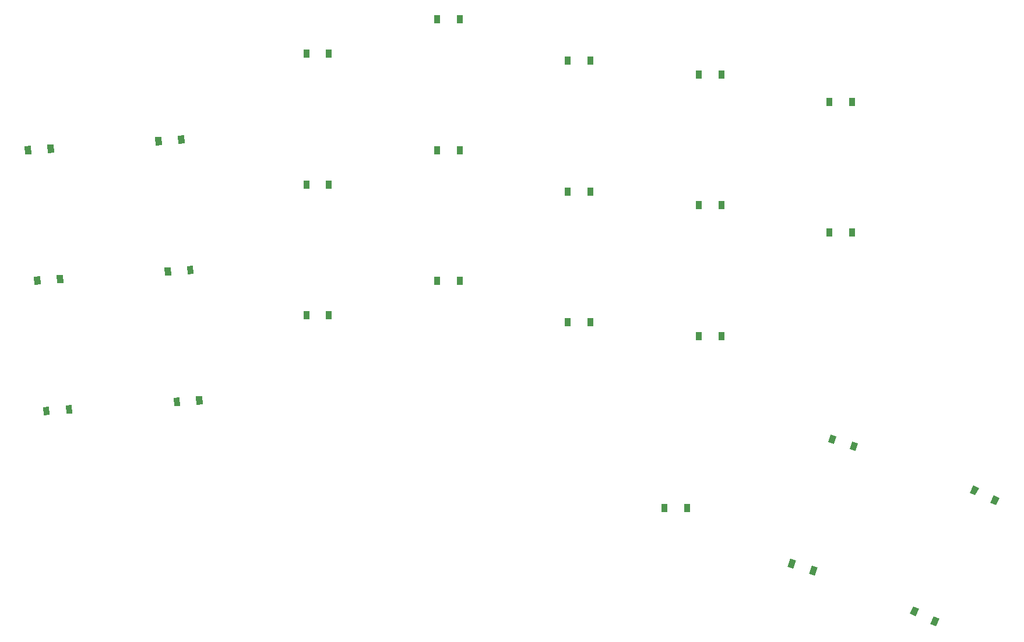
<source format=gbr>
%TF.GenerationSoftware,KiCad,Pcbnew,5.1.12-1.fc35*%
%TF.CreationDate,2022-03-13T18:33:39-07:00*%
%TF.ProjectId,jackalope_split,6a61636b-616c-46f7-9065-5f73706c6974,v1.0.0*%
%TF.SameCoordinates,Original*%
%TF.FileFunction,Paste,Top*%
%TF.FilePolarity,Positive*%
%FSLAX46Y46*%
G04 Gerber Fmt 4.6, Leading zero omitted, Abs format (unit mm)*
G04 Created by KiCad (PCBNEW 5.1.12-1.fc35) date 2022-03-13 18:33:39*
%MOMM*%
%LPD*%
G01*
G04 APERTURE LIST*
%ADD10C,0.100000*%
%ADD11R,0.900000X1.200000*%
G04 APERTURE END LIST*
D10*
%TO.C,D1*%
G36*
X-1390344Y-10221886D02*
G01*
X-1474052Y-9024809D01*
X-576244Y-8962028D01*
X-492536Y-10159105D01*
X-1390344Y-10221886D01*
G37*
G36*
X1901618Y-9991690D02*
G01*
X1817910Y-8794613D01*
X2715718Y-8731832D01*
X2799426Y-9928909D01*
X1901618Y-9991690D01*
G37*
%TD*%
%TO.C,D2*%
G36*
X-2715718Y8731832D02*
G01*
X-2799426Y9928909D01*
X-1901618Y9991690D01*
X-1817910Y8794613D01*
X-2715718Y8731832D01*
G37*
G36*
X576244Y8962028D02*
G01*
X492536Y10159105D01*
X1390344Y10221886D01*
X1474052Y9024809D01*
X576244Y8962028D01*
G37*
%TD*%
%TO.C,D3*%
G36*
X-4041090Y27685548D02*
G01*
X-4124798Y28882625D01*
X-3226990Y28945406D01*
X-3143282Y27748329D01*
X-4041090Y27685548D01*
G37*
G36*
X-749128Y27915744D02*
G01*
X-832836Y29112821D01*
X64972Y29175602D01*
X148680Y27978525D01*
X-749128Y27915744D01*
G37*
%TD*%
%TO.C,D4*%
G36*
X17563373Y-8896513D02*
G01*
X17479665Y-7699436D01*
X18377473Y-7636655D01*
X18461181Y-8833732D01*
X17563373Y-8896513D01*
G37*
G36*
X20855335Y-8666317D02*
G01*
X20771627Y-7469240D01*
X21669435Y-7406459D01*
X21753143Y-8603536D01*
X20855335Y-8666317D01*
G37*
%TD*%
%TO.C,D5*%
G36*
X16237999Y10057205D02*
G01*
X16154291Y11254282D01*
X17052099Y11317063D01*
X17135807Y10119986D01*
X16237999Y10057205D01*
G37*
G36*
X19529961Y10287401D02*
G01*
X19446253Y11484478D01*
X20344061Y11547259D01*
X20427769Y10350182D01*
X19529961Y10287401D01*
G37*
%TD*%
%TO.C,D6*%
G36*
X14912626Y29010921D02*
G01*
X14828918Y30207998D01*
X15726726Y30270779D01*
X15810434Y29073702D01*
X14912626Y29010921D01*
G37*
G36*
X18204588Y29241117D02*
G01*
X18120880Y30438194D01*
X19018688Y30500975D01*
X19102396Y29303898D01*
X18204588Y29241117D01*
G37*
%TD*%
D11*
%TO.C,D7*%
X36774961Y4330720D03*
X40074961Y4330720D03*
%TD*%
%TO.C,D8*%
X36774961Y23330720D03*
X40074961Y23330720D03*
%TD*%
%TO.C,D9*%
X36774961Y42330720D03*
X40074961Y42330720D03*
%TD*%
%TO.C,D10*%
X55774961Y9330720D03*
X59074961Y9330720D03*
%TD*%
%TO.C,D11*%
X55774961Y28330720D03*
X59074961Y28330720D03*
%TD*%
%TO.C,D12*%
X55774961Y47330720D03*
X59074961Y47330720D03*
%TD*%
%TO.C,D13*%
X74774961Y3330720D03*
X78074961Y3330720D03*
%TD*%
%TO.C,D14*%
X74774961Y22330720D03*
X78074961Y22330720D03*
%TD*%
%TO.C,D15*%
X74774961Y41330720D03*
X78074961Y41330720D03*
%TD*%
%TO.C,D16*%
X93774961Y1330720D03*
X97074961Y1330720D03*
%TD*%
%TO.C,D17*%
X93774961Y20330720D03*
X97074961Y20330720D03*
%TD*%
%TO.C,D18*%
X93774961Y39330720D03*
X97074961Y39330720D03*
%TD*%
%TO.C,D19*%
X112774961Y16330720D03*
X116074961Y16330720D03*
%TD*%
%TO.C,D20*%
X112774961Y35330720D03*
X116074961Y35330720D03*
%TD*%
%TO.C,D21*%
X88774961Y-23669280D03*
X92074961Y-23669280D03*
%TD*%
D10*
%TO.C,D22*%
G36*
X112556670Y-14126015D02*
G01*
X112927491Y-12984747D01*
X113783442Y-13262863D01*
X113412621Y-14404131D01*
X112556670Y-14126015D01*
G37*
G36*
X115695156Y-15145771D02*
G01*
X116065977Y-14004503D01*
X116921928Y-14282619D01*
X116551107Y-15423887D01*
X115695156Y-15145771D01*
G37*
%TD*%
%TO.C,D23*%
G36*
X133162992Y-21462222D02*
G01*
X133689037Y-20383670D01*
X134497952Y-20778204D01*
X133971907Y-21856756D01*
X133162992Y-21462222D01*
G37*
G36*
X136129012Y-22908846D02*
G01*
X136655057Y-21830294D01*
X137463972Y-22224828D01*
X136937927Y-23303380D01*
X136129012Y-22908846D01*
G37*
%TD*%
%TO.C,D24*%
G36*
X106685347Y-32196089D02*
G01*
X107056168Y-31054821D01*
X107912119Y-31332937D01*
X107541298Y-32474205D01*
X106685347Y-32196089D01*
G37*
G36*
X109823833Y-33215845D02*
G01*
X110194654Y-32074577D01*
X111050605Y-32352693D01*
X110679784Y-33493961D01*
X109823833Y-33215845D01*
G37*
%TD*%
%TO.C,D25*%
G36*
X124464154Y-39044398D02*
G01*
X124990199Y-37965846D01*
X125799114Y-38360380D01*
X125273069Y-39438932D01*
X124464154Y-39044398D01*
G37*
G36*
X127430174Y-40491022D02*
G01*
X127956219Y-39412470D01*
X128765134Y-39807004D01*
X128239089Y-40885556D01*
X127430174Y-40491022D01*
G37*
%TD*%
M02*

</source>
